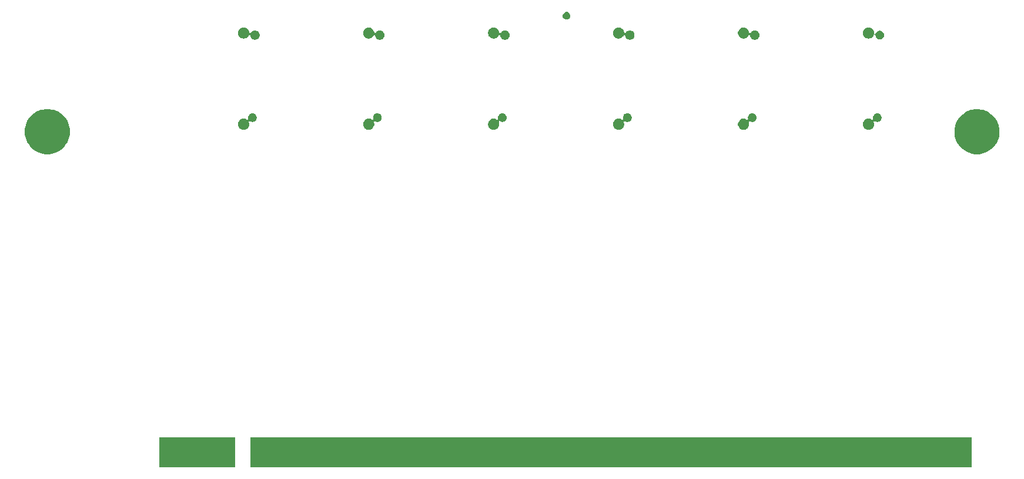
<source format=gbr>
G04 #@! TF.GenerationSoftware,KiCad,Pcbnew,(5.1.5)-3*
G04 #@! TF.CreationDate,2021-10-23T00:21:41+02:00*
G04 #@! TF.ProjectId,riser leopard 2OU Oculink,72697365-7220-46c6-956f-706172642032,rev?*
G04 #@! TF.SameCoordinates,PX4d4b990PY36d6160*
G04 #@! TF.FileFunction,Soldermask,Bot*
G04 #@! TF.FilePolarity,Negative*
%FSLAX46Y46*%
G04 Gerber Fmt 4.6, Leading zero omitted, Abs format (unit mm)*
G04 Created by KiCad (PCBNEW (5.1.5)-3) date 2021-10-23 00:21:41*
%MOMM*%
%LPD*%
G04 APERTURE LIST*
%ADD10C,0.100000*%
G04 APERTURE END LIST*
D10*
G36*
X27051000Y-48409600D02*
G01*
X16149000Y-48409600D01*
X16149000Y-44107600D01*
X27051000Y-44107600D01*
X27051000Y-48409600D01*
G37*
G36*
X133151000Y-48409600D02*
G01*
X29249000Y-48409600D01*
X29249000Y-44107600D01*
X133151000Y-44107600D01*
X133151000Y-48409600D01*
G37*
G36*
X134534239Y3178533D02*
G01*
X134848282Y3116066D01*
X135439926Y2870999D01*
X135729523Y2677496D01*
X135972391Y2515217D01*
X136425217Y2062391D01*
X136440388Y2039686D01*
X136780999Y1529926D01*
X137021924Y948281D01*
X137026066Y938281D01*
X137151000Y310197D01*
X137151000Y-330197D01*
X137088533Y-644239D01*
X137026066Y-958282D01*
X136780999Y-1549926D01*
X136539947Y-1910685D01*
X136431899Y-2072391D01*
X136425216Y-2082392D01*
X135972392Y-2535216D01*
X135439926Y-2890999D01*
X134848282Y-3136066D01*
X134534239Y-3198533D01*
X134220197Y-3261000D01*
X133579803Y-3261000D01*
X133265761Y-3198533D01*
X132951718Y-3136066D01*
X132360074Y-2890999D01*
X131827608Y-2535216D01*
X131374784Y-2082392D01*
X131368102Y-2072391D01*
X131260053Y-1910685D01*
X131019001Y-1549926D01*
X130773934Y-958282D01*
X130711467Y-644239D01*
X130649000Y-330197D01*
X130649000Y310197D01*
X130773934Y938281D01*
X130778076Y948281D01*
X131019001Y1529926D01*
X131359612Y2039686D01*
X131374783Y2062391D01*
X131827609Y2515217D01*
X132070477Y2677496D01*
X132360074Y2870999D01*
X132951718Y3116066D01*
X133265761Y3178533D01*
X133579803Y3241000D01*
X134220197Y3241000D01*
X134534239Y3178533D01*
G37*
G36*
X634239Y3188533D02*
G01*
X948282Y3126066D01*
X1539926Y2880999D01*
X1912664Y2631943D01*
X2072391Y2525217D01*
X2525217Y2072391D01*
X2548617Y2037370D01*
X2880999Y1539926D01*
X3108327Y991107D01*
X3126066Y948281D01*
X3251000Y320197D01*
X3251000Y-320197D01*
X3222992Y-461000D01*
X3126066Y-948282D01*
X2880999Y-1539926D01*
X2607664Y-1949000D01*
X2525217Y-2072391D01*
X2072391Y-2525217D01*
X1966477Y-2595986D01*
X1539926Y-2880999D01*
X948282Y-3126066D01*
X634239Y-3188533D01*
X320197Y-3251000D01*
X-320197Y-3251000D01*
X-634239Y-3188533D01*
X-948282Y-3126066D01*
X-1539926Y-2880999D01*
X-1966477Y-2595986D01*
X-2072391Y-2525217D01*
X-2525217Y-2072391D01*
X-2607664Y-1949000D01*
X-2880999Y-1539926D01*
X-3126066Y-948282D01*
X-3222992Y-461000D01*
X-3251000Y-320197D01*
X-3251000Y320197D01*
X-3126066Y948281D01*
X-3108327Y991107D01*
X-2880999Y1539926D01*
X-2548617Y2037370D01*
X-2525217Y2072391D01*
X-2072391Y2525217D01*
X-1912664Y2631943D01*
X-1539926Y2880999D01*
X-948282Y3126066D01*
X-634239Y3188533D01*
X-320197Y3251000D01*
X320197Y3251000D01*
X634239Y3188533D01*
G37*
G36*
X101722597Y2631944D02*
G01*
X101836521Y2584755D01*
X101836522Y2584754D01*
X101939052Y2516246D01*
X102026246Y2429052D01*
X102026247Y2429050D01*
X102094755Y2326521D01*
X102141944Y2212597D01*
X102166000Y2091657D01*
X102166000Y1968343D01*
X102141944Y1847403D01*
X102094755Y1733479D01*
X102087364Y1722418D01*
X102026246Y1630948D01*
X101939052Y1543754D01*
X101933323Y1539926D01*
X101836521Y1475245D01*
X101722597Y1428056D01*
X101601657Y1404000D01*
X101478343Y1404000D01*
X101357403Y1428056D01*
X101243475Y1475246D01*
X101220600Y1490531D01*
X101198989Y1502082D01*
X101175540Y1509195D01*
X101151154Y1511597D01*
X101126768Y1509195D01*
X101103319Y1502082D01*
X101081708Y1490530D01*
X101062767Y1474985D01*
X101047222Y1456043D01*
X101035671Y1434432D01*
X101028558Y1410983D01*
X101026156Y1386597D01*
X101028558Y1362211D01*
X101035671Y1338762D01*
X101050219Y1303640D01*
X101081000Y1148893D01*
X101081000Y991107D01*
X101050219Y836358D01*
X100989838Y690586D01*
X100989837Y690584D01*
X100902178Y559392D01*
X100790608Y447822D01*
X100659416Y360163D01*
X100659415Y360162D01*
X100659414Y360162D01*
X100513642Y299781D01*
X100358893Y269000D01*
X100201107Y269000D01*
X100046358Y299781D01*
X99900586Y360162D01*
X99900585Y360162D01*
X99900584Y360163D01*
X99769392Y447822D01*
X99657822Y559392D01*
X99570163Y690584D01*
X99570162Y690586D01*
X99509781Y836358D01*
X99479000Y991107D01*
X99479000Y1148893D01*
X99509781Y1303642D01*
X99570162Y1449414D01*
X99587248Y1474985D01*
X99657822Y1580608D01*
X99769392Y1692178D01*
X99900584Y1779837D01*
X99900586Y1779838D01*
X100046358Y1840219D01*
X100201107Y1871000D01*
X100358893Y1871000D01*
X100513642Y1840219D01*
X100659417Y1779837D01*
X100745351Y1722418D01*
X100766961Y1710867D01*
X100790410Y1703754D01*
X100814796Y1701352D01*
X100839182Y1703754D01*
X100862631Y1710867D01*
X100884242Y1722418D01*
X100903184Y1737964D01*
X100918729Y1756906D01*
X100930280Y1778516D01*
X100937393Y1801965D01*
X100939795Y1826351D01*
X100937393Y1850737D01*
X100914000Y1968343D01*
X100914000Y2091657D01*
X100938056Y2212597D01*
X100985245Y2326521D01*
X101053753Y2429050D01*
X101053754Y2429052D01*
X101140948Y2516246D01*
X101243478Y2584754D01*
X101243479Y2584755D01*
X101357403Y2631944D01*
X101478343Y2656000D01*
X101601657Y2656000D01*
X101722597Y2631944D01*
G37*
G36*
X47722597Y2631944D02*
G01*
X47836521Y2584755D01*
X47836522Y2584754D01*
X47939052Y2516246D01*
X48026246Y2429052D01*
X48026247Y2429050D01*
X48094755Y2326521D01*
X48141944Y2212597D01*
X48166000Y2091657D01*
X48166000Y1968343D01*
X48141944Y1847403D01*
X48094755Y1733479D01*
X48087364Y1722418D01*
X48026246Y1630948D01*
X47939052Y1543754D01*
X47933323Y1539926D01*
X47836521Y1475245D01*
X47722597Y1428056D01*
X47601657Y1404000D01*
X47478343Y1404000D01*
X47357403Y1428056D01*
X47243475Y1475246D01*
X47220600Y1490531D01*
X47198989Y1502082D01*
X47175540Y1509195D01*
X47151154Y1511597D01*
X47126768Y1509195D01*
X47103319Y1502082D01*
X47081708Y1490530D01*
X47062767Y1474985D01*
X47047222Y1456043D01*
X47035671Y1434432D01*
X47028558Y1410983D01*
X47026156Y1386597D01*
X47028558Y1362211D01*
X47035671Y1338762D01*
X47050219Y1303640D01*
X47081000Y1148893D01*
X47081000Y991107D01*
X47050219Y836358D01*
X46989838Y690586D01*
X46989837Y690584D01*
X46902178Y559392D01*
X46790608Y447822D01*
X46659416Y360163D01*
X46659415Y360162D01*
X46659414Y360162D01*
X46513642Y299781D01*
X46358893Y269000D01*
X46201107Y269000D01*
X46046358Y299781D01*
X45900586Y360162D01*
X45900585Y360162D01*
X45900584Y360163D01*
X45769392Y447822D01*
X45657822Y559392D01*
X45570163Y690584D01*
X45570162Y690586D01*
X45509781Y836358D01*
X45479000Y991107D01*
X45479000Y1148893D01*
X45509781Y1303642D01*
X45570162Y1449414D01*
X45587248Y1474985D01*
X45657822Y1580608D01*
X45769392Y1692178D01*
X45900584Y1779837D01*
X45900586Y1779838D01*
X46046358Y1840219D01*
X46201107Y1871000D01*
X46358893Y1871000D01*
X46513642Y1840219D01*
X46659417Y1779837D01*
X46745351Y1722418D01*
X46766961Y1710867D01*
X46790410Y1703754D01*
X46814796Y1701352D01*
X46839182Y1703754D01*
X46862631Y1710867D01*
X46884242Y1722418D01*
X46903184Y1737964D01*
X46918729Y1756906D01*
X46930280Y1778516D01*
X46937393Y1801965D01*
X46939795Y1826351D01*
X46937393Y1850737D01*
X46914000Y1968343D01*
X46914000Y2091657D01*
X46938056Y2212597D01*
X46985245Y2326521D01*
X47053753Y2429050D01*
X47053754Y2429052D01*
X47140948Y2516246D01*
X47243478Y2584754D01*
X47243479Y2584755D01*
X47357403Y2631944D01*
X47478343Y2656000D01*
X47601657Y2656000D01*
X47722597Y2631944D01*
G37*
G36*
X29722597Y2631944D02*
G01*
X29836521Y2584755D01*
X29836522Y2584754D01*
X29939052Y2516246D01*
X30026246Y2429052D01*
X30026247Y2429050D01*
X30094755Y2326521D01*
X30141944Y2212597D01*
X30166000Y2091657D01*
X30166000Y1968343D01*
X30141944Y1847403D01*
X30094755Y1733479D01*
X30087364Y1722418D01*
X30026246Y1630948D01*
X29939052Y1543754D01*
X29933323Y1539926D01*
X29836521Y1475245D01*
X29722597Y1428056D01*
X29601657Y1404000D01*
X29478343Y1404000D01*
X29357403Y1428056D01*
X29243475Y1475246D01*
X29220600Y1490531D01*
X29198989Y1502082D01*
X29175540Y1509195D01*
X29151154Y1511597D01*
X29126768Y1509195D01*
X29103319Y1502082D01*
X29081708Y1490530D01*
X29062767Y1474985D01*
X29047222Y1456043D01*
X29035671Y1434432D01*
X29028558Y1410983D01*
X29026156Y1386597D01*
X29028558Y1362211D01*
X29035671Y1338762D01*
X29050219Y1303640D01*
X29081000Y1148893D01*
X29081000Y991107D01*
X29050219Y836358D01*
X28989838Y690586D01*
X28989837Y690584D01*
X28902178Y559392D01*
X28790608Y447822D01*
X28659416Y360163D01*
X28659415Y360162D01*
X28659414Y360162D01*
X28513642Y299781D01*
X28358893Y269000D01*
X28201107Y269000D01*
X28046358Y299781D01*
X27900586Y360162D01*
X27900585Y360162D01*
X27900584Y360163D01*
X27769392Y447822D01*
X27657822Y559392D01*
X27570163Y690584D01*
X27570162Y690586D01*
X27509781Y836358D01*
X27479000Y991107D01*
X27479000Y1148893D01*
X27509781Y1303642D01*
X27570162Y1449414D01*
X27587248Y1474985D01*
X27657822Y1580608D01*
X27769392Y1692178D01*
X27900584Y1779837D01*
X27900586Y1779838D01*
X28046358Y1840219D01*
X28201107Y1871000D01*
X28358893Y1871000D01*
X28513642Y1840219D01*
X28659417Y1779837D01*
X28745351Y1722418D01*
X28766961Y1710867D01*
X28790410Y1703754D01*
X28814796Y1701352D01*
X28839182Y1703754D01*
X28862631Y1710867D01*
X28884242Y1722418D01*
X28903184Y1737964D01*
X28918729Y1756906D01*
X28930280Y1778516D01*
X28937393Y1801965D01*
X28939795Y1826351D01*
X28937393Y1850737D01*
X28914000Y1968343D01*
X28914000Y2091657D01*
X28938056Y2212597D01*
X28985245Y2326521D01*
X29053753Y2429050D01*
X29053754Y2429052D01*
X29140948Y2516246D01*
X29243478Y2584754D01*
X29243479Y2584755D01*
X29357403Y2631944D01*
X29478343Y2656000D01*
X29601657Y2656000D01*
X29722597Y2631944D01*
G37*
G36*
X119722597Y2631944D02*
G01*
X119836521Y2584755D01*
X119836522Y2584754D01*
X119939052Y2516246D01*
X120026246Y2429052D01*
X120026247Y2429050D01*
X120094755Y2326521D01*
X120141944Y2212597D01*
X120166000Y2091657D01*
X120166000Y1968343D01*
X120141944Y1847403D01*
X120094755Y1733479D01*
X120087364Y1722418D01*
X120026246Y1630948D01*
X119939052Y1543754D01*
X119933323Y1539926D01*
X119836521Y1475245D01*
X119722597Y1428056D01*
X119601657Y1404000D01*
X119478343Y1404000D01*
X119357403Y1428056D01*
X119243475Y1475246D01*
X119220600Y1490531D01*
X119198989Y1502082D01*
X119175540Y1509195D01*
X119151154Y1511597D01*
X119126768Y1509195D01*
X119103319Y1502082D01*
X119081708Y1490530D01*
X119062767Y1474985D01*
X119047222Y1456043D01*
X119035671Y1434432D01*
X119028558Y1410983D01*
X119026156Y1386597D01*
X119028558Y1362211D01*
X119035671Y1338762D01*
X119050219Y1303640D01*
X119081000Y1148893D01*
X119081000Y991107D01*
X119050219Y836358D01*
X118989838Y690586D01*
X118989837Y690584D01*
X118902178Y559392D01*
X118790608Y447822D01*
X118659416Y360163D01*
X118659415Y360162D01*
X118659414Y360162D01*
X118513642Y299781D01*
X118358893Y269000D01*
X118201107Y269000D01*
X118046358Y299781D01*
X117900586Y360162D01*
X117900585Y360162D01*
X117900584Y360163D01*
X117769392Y447822D01*
X117657822Y559392D01*
X117570163Y690584D01*
X117570162Y690586D01*
X117509781Y836358D01*
X117479000Y991107D01*
X117479000Y1148893D01*
X117509781Y1303642D01*
X117570162Y1449414D01*
X117587248Y1474985D01*
X117657822Y1580608D01*
X117769392Y1692178D01*
X117900584Y1779837D01*
X117900586Y1779838D01*
X118046358Y1840219D01*
X118201107Y1871000D01*
X118358893Y1871000D01*
X118513642Y1840219D01*
X118659417Y1779837D01*
X118745351Y1722418D01*
X118766961Y1710867D01*
X118790410Y1703754D01*
X118814796Y1701352D01*
X118839182Y1703754D01*
X118862631Y1710867D01*
X118884242Y1722418D01*
X118903184Y1737964D01*
X118918729Y1756906D01*
X118930280Y1778516D01*
X118937393Y1801965D01*
X118939795Y1826351D01*
X118937393Y1850737D01*
X118914000Y1968343D01*
X118914000Y2091657D01*
X118938056Y2212597D01*
X118985245Y2326521D01*
X119053753Y2429050D01*
X119053754Y2429052D01*
X119140948Y2516246D01*
X119243478Y2584754D01*
X119243479Y2584755D01*
X119357403Y2631944D01*
X119478343Y2656000D01*
X119601657Y2656000D01*
X119722597Y2631944D01*
G37*
G36*
X65722597Y2631944D02*
G01*
X65836521Y2584755D01*
X65836522Y2584754D01*
X65939052Y2516246D01*
X66026246Y2429052D01*
X66026247Y2429050D01*
X66094755Y2326521D01*
X66141944Y2212597D01*
X66166000Y2091657D01*
X66166000Y1968343D01*
X66141944Y1847403D01*
X66094755Y1733479D01*
X66087364Y1722418D01*
X66026246Y1630948D01*
X65939052Y1543754D01*
X65933323Y1539926D01*
X65836521Y1475245D01*
X65722597Y1428056D01*
X65601657Y1404000D01*
X65478343Y1404000D01*
X65357403Y1428056D01*
X65243475Y1475246D01*
X65220600Y1490531D01*
X65198989Y1502082D01*
X65175540Y1509195D01*
X65151154Y1511597D01*
X65126768Y1509195D01*
X65103319Y1502082D01*
X65081708Y1490530D01*
X65062767Y1474985D01*
X65047222Y1456043D01*
X65035671Y1434432D01*
X65028558Y1410983D01*
X65026156Y1386597D01*
X65028558Y1362211D01*
X65035671Y1338762D01*
X65050219Y1303640D01*
X65081000Y1148893D01*
X65081000Y991107D01*
X65050219Y836358D01*
X64989838Y690586D01*
X64989837Y690584D01*
X64902178Y559392D01*
X64790608Y447822D01*
X64659416Y360163D01*
X64659415Y360162D01*
X64659414Y360162D01*
X64513642Y299781D01*
X64358893Y269000D01*
X64201107Y269000D01*
X64046358Y299781D01*
X63900586Y360162D01*
X63900585Y360162D01*
X63900584Y360163D01*
X63769392Y447822D01*
X63657822Y559392D01*
X63570163Y690584D01*
X63570162Y690586D01*
X63509781Y836358D01*
X63479000Y991107D01*
X63479000Y1148893D01*
X63509781Y1303642D01*
X63570162Y1449414D01*
X63587248Y1474985D01*
X63657822Y1580608D01*
X63769392Y1692178D01*
X63900584Y1779837D01*
X63900586Y1779838D01*
X64046358Y1840219D01*
X64201107Y1871000D01*
X64358893Y1871000D01*
X64513642Y1840219D01*
X64659417Y1779837D01*
X64745351Y1722418D01*
X64766961Y1710867D01*
X64790410Y1703754D01*
X64814796Y1701352D01*
X64839182Y1703754D01*
X64862631Y1710867D01*
X64884242Y1722418D01*
X64903184Y1737964D01*
X64918729Y1756906D01*
X64930280Y1778516D01*
X64937393Y1801965D01*
X64939795Y1826351D01*
X64937393Y1850737D01*
X64914000Y1968343D01*
X64914000Y2091657D01*
X64938056Y2212597D01*
X64985245Y2326521D01*
X65053753Y2429050D01*
X65053754Y2429052D01*
X65140948Y2516246D01*
X65243478Y2584754D01*
X65243479Y2584755D01*
X65357403Y2631944D01*
X65478343Y2656000D01*
X65601657Y2656000D01*
X65722597Y2631944D01*
G37*
G36*
X83722597Y2631944D02*
G01*
X83836521Y2584755D01*
X83836522Y2584754D01*
X83939052Y2516246D01*
X84026246Y2429052D01*
X84026247Y2429050D01*
X84094755Y2326521D01*
X84141944Y2212597D01*
X84166000Y2091657D01*
X84166000Y1968343D01*
X84141944Y1847403D01*
X84094755Y1733479D01*
X84087364Y1722418D01*
X84026246Y1630948D01*
X83939052Y1543754D01*
X83933323Y1539926D01*
X83836521Y1475245D01*
X83722597Y1428056D01*
X83601657Y1404000D01*
X83478343Y1404000D01*
X83357403Y1428056D01*
X83243475Y1475246D01*
X83220600Y1490531D01*
X83198989Y1502082D01*
X83175540Y1509195D01*
X83151154Y1511597D01*
X83126768Y1509195D01*
X83103319Y1502082D01*
X83081708Y1490530D01*
X83062767Y1474985D01*
X83047222Y1456043D01*
X83035671Y1434432D01*
X83028558Y1410983D01*
X83026156Y1386597D01*
X83028558Y1362211D01*
X83035671Y1338762D01*
X83050219Y1303640D01*
X83081000Y1148893D01*
X83081000Y991107D01*
X83050219Y836358D01*
X82989838Y690586D01*
X82989837Y690584D01*
X82902178Y559392D01*
X82790608Y447822D01*
X82659416Y360163D01*
X82659415Y360162D01*
X82659414Y360162D01*
X82513642Y299781D01*
X82358893Y269000D01*
X82201107Y269000D01*
X82046358Y299781D01*
X81900586Y360162D01*
X81900585Y360162D01*
X81900584Y360163D01*
X81769392Y447822D01*
X81657822Y559392D01*
X81570163Y690584D01*
X81570162Y690586D01*
X81509781Y836358D01*
X81479000Y991107D01*
X81479000Y1148893D01*
X81509781Y1303642D01*
X81570162Y1449414D01*
X81587248Y1474985D01*
X81657822Y1580608D01*
X81769392Y1692178D01*
X81900584Y1779837D01*
X81900586Y1779838D01*
X82046358Y1840219D01*
X82201107Y1871000D01*
X82358893Y1871000D01*
X82513642Y1840219D01*
X82659417Y1779837D01*
X82745351Y1722418D01*
X82766961Y1710867D01*
X82790410Y1703754D01*
X82814796Y1701352D01*
X82839182Y1703754D01*
X82862631Y1710867D01*
X82884242Y1722418D01*
X82903184Y1737964D01*
X82918729Y1756906D01*
X82930280Y1778516D01*
X82937393Y1801965D01*
X82939795Y1826351D01*
X82937393Y1850737D01*
X82914000Y1968343D01*
X82914000Y2091657D01*
X82938056Y2212597D01*
X82985245Y2326521D01*
X83053753Y2429050D01*
X83053754Y2429052D01*
X83140948Y2516246D01*
X83243478Y2584754D01*
X83243479Y2584755D01*
X83357403Y2631944D01*
X83478343Y2656000D01*
X83601657Y2656000D01*
X83722597Y2631944D01*
G37*
G36*
X46513642Y15000219D02*
G01*
X46659414Y14939838D01*
X46659416Y14939837D01*
X46790608Y14852178D01*
X46902178Y14740608D01*
X46989837Y14609416D01*
X46989838Y14609414D01*
X47050219Y14463643D01*
X47081576Y14305996D01*
X47088689Y14282547D01*
X47100240Y14260937D01*
X47115785Y14241995D01*
X47134727Y14226449D01*
X47156337Y14214898D01*
X47179786Y14207785D01*
X47204172Y14205383D01*
X47228559Y14207785D01*
X47252008Y14214898D01*
X47273618Y14226449D01*
X47292560Y14241994D01*
X47308106Y14260936D01*
X47374916Y14360925D01*
X47469075Y14455084D01*
X47579794Y14529064D01*
X47702818Y14580022D01*
X47746352Y14588681D01*
X47833418Y14606000D01*
X47966582Y14606000D01*
X48053648Y14588681D01*
X48097182Y14580022D01*
X48220206Y14529064D01*
X48330925Y14455084D01*
X48425084Y14360925D01*
X48499064Y14250206D01*
X48540112Y14151107D01*
X48550022Y14127181D01*
X48576000Y13996582D01*
X48576000Y13863418D01*
X48573447Y13850584D01*
X48550022Y13732818D01*
X48499064Y13609794D01*
X48425084Y13499075D01*
X48330925Y13404916D01*
X48220206Y13330936D01*
X48097182Y13279978D01*
X48053648Y13271319D01*
X47966582Y13254000D01*
X47833418Y13254000D01*
X47746352Y13271319D01*
X47702818Y13279978D01*
X47579794Y13330936D01*
X47469075Y13404916D01*
X47374916Y13499075D01*
X47300936Y13609794D01*
X47249978Y13732818D01*
X47230147Y13832516D01*
X47223034Y13855965D01*
X47211483Y13877576D01*
X47195938Y13896518D01*
X47176996Y13912063D01*
X47155385Y13923614D01*
X47131936Y13930727D01*
X47107550Y13933129D01*
X47083164Y13930727D01*
X47059715Y13923614D01*
X47038104Y13912063D01*
X47019162Y13896518D01*
X47003617Y13877576D01*
X46992066Y13855964D01*
X46989839Y13850587D01*
X46989838Y13850586D01*
X46989837Y13850584D01*
X46902178Y13719392D01*
X46790608Y13607822D01*
X46659416Y13520163D01*
X46659415Y13520162D01*
X46659414Y13520162D01*
X46513642Y13459781D01*
X46358893Y13429000D01*
X46201107Y13429000D01*
X46046358Y13459781D01*
X45900586Y13520162D01*
X45900585Y13520162D01*
X45900584Y13520163D01*
X45769392Y13607822D01*
X45657822Y13719392D01*
X45570163Y13850584D01*
X45570162Y13850587D01*
X45509781Y13996358D01*
X45479000Y14151107D01*
X45479000Y14308893D01*
X45509781Y14463642D01*
X45570162Y14609414D01*
X45570163Y14609416D01*
X45657822Y14740608D01*
X45769392Y14852178D01*
X45900584Y14939837D01*
X45900586Y14939838D01*
X46046358Y15000219D01*
X46201107Y15031000D01*
X46358893Y15031000D01*
X46513642Y15000219D01*
G37*
G36*
X100513642Y15000219D02*
G01*
X100659414Y14939838D01*
X100659416Y14939837D01*
X100790608Y14852178D01*
X100902178Y14740608D01*
X100989837Y14609416D01*
X100989838Y14609414D01*
X101050219Y14463643D01*
X101081576Y14305996D01*
X101088689Y14282547D01*
X101100240Y14260937D01*
X101115785Y14241995D01*
X101134727Y14226449D01*
X101156337Y14214898D01*
X101179786Y14207785D01*
X101204172Y14205383D01*
X101228559Y14207785D01*
X101252008Y14214898D01*
X101273618Y14226449D01*
X101292560Y14241994D01*
X101308106Y14260936D01*
X101374916Y14360925D01*
X101469075Y14455084D01*
X101579794Y14529064D01*
X101702818Y14580022D01*
X101746352Y14588681D01*
X101833418Y14606000D01*
X101966582Y14606000D01*
X102053648Y14588681D01*
X102097182Y14580022D01*
X102220206Y14529064D01*
X102330925Y14455084D01*
X102425084Y14360925D01*
X102499064Y14250206D01*
X102540112Y14151107D01*
X102550022Y14127181D01*
X102576000Y13996582D01*
X102576000Y13863418D01*
X102573447Y13850584D01*
X102550022Y13732818D01*
X102499064Y13609794D01*
X102425084Y13499075D01*
X102330925Y13404916D01*
X102220206Y13330936D01*
X102097182Y13279978D01*
X102053648Y13271319D01*
X101966582Y13254000D01*
X101833418Y13254000D01*
X101746352Y13271319D01*
X101702818Y13279978D01*
X101579794Y13330936D01*
X101469075Y13404916D01*
X101374916Y13499075D01*
X101300936Y13609794D01*
X101249978Y13732818D01*
X101230147Y13832516D01*
X101223034Y13855965D01*
X101211483Y13877576D01*
X101195938Y13896518D01*
X101176996Y13912063D01*
X101155385Y13923614D01*
X101131936Y13930727D01*
X101107550Y13933129D01*
X101083164Y13930727D01*
X101059715Y13923614D01*
X101038104Y13912063D01*
X101019162Y13896518D01*
X101003617Y13877576D01*
X100992066Y13855964D01*
X100989839Y13850587D01*
X100989838Y13850586D01*
X100989837Y13850584D01*
X100902178Y13719392D01*
X100790608Y13607822D01*
X100659416Y13520163D01*
X100659415Y13520162D01*
X100659414Y13520162D01*
X100513642Y13459781D01*
X100358893Y13429000D01*
X100201107Y13429000D01*
X100046358Y13459781D01*
X99900586Y13520162D01*
X99900585Y13520162D01*
X99900584Y13520163D01*
X99769392Y13607822D01*
X99657822Y13719392D01*
X99570163Y13850584D01*
X99570162Y13850587D01*
X99509781Y13996358D01*
X99479000Y14151107D01*
X99479000Y14308893D01*
X99509781Y14463642D01*
X99570162Y14609414D01*
X99570163Y14609416D01*
X99657822Y14740608D01*
X99769392Y14852178D01*
X99900584Y14939837D01*
X99900586Y14939838D01*
X100046358Y15000219D01*
X100201107Y15031000D01*
X100358893Y15031000D01*
X100513642Y15000219D01*
G37*
G36*
X28513642Y15000219D02*
G01*
X28659414Y14939838D01*
X28659416Y14939837D01*
X28790608Y14852178D01*
X28902178Y14740608D01*
X28989837Y14609416D01*
X28989838Y14609414D01*
X29050219Y14463643D01*
X29081576Y14305996D01*
X29088689Y14282547D01*
X29100240Y14260937D01*
X29115785Y14241995D01*
X29134727Y14226449D01*
X29156337Y14214898D01*
X29179786Y14207785D01*
X29204172Y14205383D01*
X29228559Y14207785D01*
X29252008Y14214898D01*
X29273618Y14226449D01*
X29292560Y14241994D01*
X29308106Y14260936D01*
X29374916Y14360925D01*
X29469075Y14455084D01*
X29579794Y14529064D01*
X29702818Y14580022D01*
X29746352Y14588681D01*
X29833418Y14606000D01*
X29966582Y14606000D01*
X30053648Y14588681D01*
X30097182Y14580022D01*
X30220206Y14529064D01*
X30330925Y14455084D01*
X30425084Y14360925D01*
X30499064Y14250206D01*
X30540112Y14151107D01*
X30550022Y14127181D01*
X30576000Y13996582D01*
X30576000Y13863418D01*
X30573447Y13850584D01*
X30550022Y13732818D01*
X30499064Y13609794D01*
X30425084Y13499075D01*
X30330925Y13404916D01*
X30220206Y13330936D01*
X30097182Y13279978D01*
X30053648Y13271319D01*
X29966582Y13254000D01*
X29833418Y13254000D01*
X29746352Y13271319D01*
X29702818Y13279978D01*
X29579794Y13330936D01*
X29469075Y13404916D01*
X29374916Y13499075D01*
X29300936Y13609794D01*
X29249978Y13732818D01*
X29230147Y13832516D01*
X29223034Y13855965D01*
X29211483Y13877576D01*
X29195938Y13896518D01*
X29176996Y13912063D01*
X29155385Y13923614D01*
X29131936Y13930727D01*
X29107550Y13933129D01*
X29083164Y13930727D01*
X29059715Y13923614D01*
X29038104Y13912063D01*
X29019162Y13896518D01*
X29003617Y13877576D01*
X28992066Y13855964D01*
X28989839Y13850587D01*
X28989838Y13850586D01*
X28989837Y13850584D01*
X28902178Y13719392D01*
X28790608Y13607822D01*
X28659416Y13520163D01*
X28659415Y13520162D01*
X28659414Y13520162D01*
X28513642Y13459781D01*
X28358893Y13429000D01*
X28201107Y13429000D01*
X28046358Y13459781D01*
X27900586Y13520162D01*
X27900585Y13520162D01*
X27900584Y13520163D01*
X27769392Y13607822D01*
X27657822Y13719392D01*
X27570163Y13850584D01*
X27570162Y13850587D01*
X27509781Y13996358D01*
X27479000Y14151107D01*
X27479000Y14308893D01*
X27509781Y14463642D01*
X27570162Y14609414D01*
X27570163Y14609416D01*
X27657822Y14740608D01*
X27769392Y14852178D01*
X27900584Y14939837D01*
X27900586Y14939838D01*
X28046358Y15000219D01*
X28201107Y15031000D01*
X28358893Y15031000D01*
X28513642Y15000219D01*
G37*
G36*
X82513642Y15000219D02*
G01*
X82659414Y14939838D01*
X82659416Y14939837D01*
X82790608Y14852178D01*
X82902178Y14740608D01*
X82989837Y14609416D01*
X82989838Y14609414D01*
X83050219Y14463643D01*
X83081576Y14305996D01*
X83088689Y14282547D01*
X83100240Y14260937D01*
X83115785Y14241995D01*
X83134727Y14226449D01*
X83156337Y14214898D01*
X83179786Y14207785D01*
X83204172Y14205383D01*
X83228559Y14207785D01*
X83252008Y14214898D01*
X83273618Y14226449D01*
X83292560Y14241994D01*
X83308106Y14260936D01*
X83374916Y14360925D01*
X83469075Y14455084D01*
X83579794Y14529064D01*
X83702818Y14580022D01*
X83746352Y14588681D01*
X83833418Y14606000D01*
X83966582Y14606000D01*
X84053648Y14588681D01*
X84097182Y14580022D01*
X84220206Y14529064D01*
X84330925Y14455084D01*
X84425084Y14360925D01*
X84499064Y14250206D01*
X84540112Y14151107D01*
X84550022Y14127181D01*
X84576000Y13996582D01*
X84576000Y13863418D01*
X84573447Y13850584D01*
X84550022Y13732818D01*
X84499064Y13609794D01*
X84425084Y13499075D01*
X84330925Y13404916D01*
X84220206Y13330936D01*
X84097182Y13279978D01*
X84053648Y13271319D01*
X83966582Y13254000D01*
X83833418Y13254000D01*
X83746352Y13271319D01*
X83702818Y13279978D01*
X83579794Y13330936D01*
X83469075Y13404916D01*
X83374916Y13499075D01*
X83300936Y13609794D01*
X83249978Y13732818D01*
X83230147Y13832516D01*
X83223034Y13855965D01*
X83211483Y13877576D01*
X83195938Y13896518D01*
X83176996Y13912063D01*
X83155385Y13923614D01*
X83131936Y13930727D01*
X83107550Y13933129D01*
X83083164Y13930727D01*
X83059715Y13923614D01*
X83038104Y13912063D01*
X83019162Y13896518D01*
X83003617Y13877576D01*
X82992066Y13855964D01*
X82989839Y13850587D01*
X82989838Y13850586D01*
X82989837Y13850584D01*
X82902178Y13719392D01*
X82790608Y13607822D01*
X82659416Y13520163D01*
X82659415Y13520162D01*
X82659414Y13520162D01*
X82513642Y13459781D01*
X82358893Y13429000D01*
X82201107Y13429000D01*
X82046358Y13459781D01*
X81900586Y13520162D01*
X81900585Y13520162D01*
X81900584Y13520163D01*
X81769392Y13607822D01*
X81657822Y13719392D01*
X81570163Y13850584D01*
X81570162Y13850587D01*
X81509781Y13996358D01*
X81479000Y14151107D01*
X81479000Y14308893D01*
X81509781Y14463642D01*
X81570162Y14609414D01*
X81570163Y14609416D01*
X81657822Y14740608D01*
X81769392Y14852178D01*
X81900584Y14939837D01*
X81900586Y14939838D01*
X82046358Y15000219D01*
X82201107Y15031000D01*
X82358893Y15031000D01*
X82513642Y15000219D01*
G37*
G36*
X64513642Y15000219D02*
G01*
X64659414Y14939838D01*
X64659416Y14939837D01*
X64790608Y14852178D01*
X64902178Y14740608D01*
X64989837Y14609416D01*
X64989838Y14609414D01*
X65050219Y14463643D01*
X65081576Y14305996D01*
X65088689Y14282547D01*
X65100240Y14260937D01*
X65115785Y14241995D01*
X65134727Y14226449D01*
X65156337Y14214898D01*
X65179786Y14207785D01*
X65204172Y14205383D01*
X65228559Y14207785D01*
X65252008Y14214898D01*
X65273618Y14226449D01*
X65292560Y14241994D01*
X65308106Y14260936D01*
X65374916Y14360925D01*
X65469075Y14455084D01*
X65579794Y14529064D01*
X65702818Y14580022D01*
X65746352Y14588681D01*
X65833418Y14606000D01*
X65966582Y14606000D01*
X66053648Y14588681D01*
X66097182Y14580022D01*
X66220206Y14529064D01*
X66330925Y14455084D01*
X66425084Y14360925D01*
X66499064Y14250206D01*
X66540112Y14151107D01*
X66550022Y14127181D01*
X66576000Y13996582D01*
X66576000Y13863418D01*
X66573447Y13850584D01*
X66550022Y13732818D01*
X66499064Y13609794D01*
X66425084Y13499075D01*
X66330925Y13404916D01*
X66220206Y13330936D01*
X66097182Y13279978D01*
X66053648Y13271319D01*
X65966582Y13254000D01*
X65833418Y13254000D01*
X65746352Y13271319D01*
X65702818Y13279978D01*
X65579794Y13330936D01*
X65469075Y13404916D01*
X65374916Y13499075D01*
X65300936Y13609794D01*
X65249978Y13732818D01*
X65230147Y13832516D01*
X65223034Y13855965D01*
X65211483Y13877576D01*
X65195938Y13896518D01*
X65176996Y13912063D01*
X65155385Y13923614D01*
X65131936Y13930727D01*
X65107550Y13933129D01*
X65083164Y13930727D01*
X65059715Y13923614D01*
X65038104Y13912063D01*
X65019162Y13896518D01*
X65003617Y13877576D01*
X64992066Y13855964D01*
X64989839Y13850587D01*
X64989838Y13850586D01*
X64989837Y13850584D01*
X64902178Y13719392D01*
X64790608Y13607822D01*
X64659416Y13520163D01*
X64659415Y13520162D01*
X64659414Y13520162D01*
X64513642Y13459781D01*
X64358893Y13429000D01*
X64201107Y13429000D01*
X64046358Y13459781D01*
X63900586Y13520162D01*
X63900585Y13520162D01*
X63900584Y13520163D01*
X63769392Y13607822D01*
X63657822Y13719392D01*
X63570163Y13850584D01*
X63570162Y13850587D01*
X63509781Y13996358D01*
X63479000Y14151107D01*
X63479000Y14308893D01*
X63509781Y14463642D01*
X63570162Y14609414D01*
X63570163Y14609416D01*
X63657822Y14740608D01*
X63769392Y14852178D01*
X63900584Y14939837D01*
X63900586Y14939838D01*
X64046358Y15000219D01*
X64201107Y15031000D01*
X64358893Y15031000D01*
X64513642Y15000219D01*
G37*
G36*
X118513642Y15000219D02*
G01*
X118659414Y14939838D01*
X118659416Y14939837D01*
X118790608Y14852178D01*
X118902178Y14740608D01*
X118989837Y14609416D01*
X118989838Y14609414D01*
X119050219Y14463642D01*
X119081000Y14308893D01*
X119081000Y14216989D01*
X119083402Y14192603D01*
X119090515Y14169154D01*
X119102066Y14147543D01*
X119117611Y14128601D01*
X119136553Y14113056D01*
X119158164Y14101505D01*
X119181613Y14094392D01*
X119205999Y14091990D01*
X119230385Y14094392D01*
X119253834Y14101505D01*
X119275445Y14113056D01*
X119294387Y14128601D01*
X119309932Y14147543D01*
X119321483Y14169154D01*
X119345245Y14226521D01*
X119413753Y14329050D01*
X119413754Y14329052D01*
X119500948Y14416246D01*
X119603478Y14484754D01*
X119603479Y14484755D01*
X119717403Y14531944D01*
X119838343Y14556000D01*
X119961657Y14556000D01*
X120082597Y14531944D01*
X120196521Y14484755D01*
X120196522Y14484754D01*
X120299052Y14416246D01*
X120386246Y14329052D01*
X120386247Y14329050D01*
X120454755Y14226521D01*
X120501944Y14112597D01*
X120526000Y13991657D01*
X120526000Y13868343D01*
X120501944Y13747403D01*
X120454755Y13633479D01*
X120454754Y13633478D01*
X120386246Y13530948D01*
X120299052Y13443754D01*
X120276971Y13429000D01*
X120196521Y13375245D01*
X120082597Y13328056D01*
X119961657Y13304000D01*
X119838343Y13304000D01*
X119717403Y13328056D01*
X119603479Y13375245D01*
X119523029Y13429000D01*
X119500948Y13443754D01*
X119413754Y13530948D01*
X119345246Y13633478D01*
X119345245Y13633479D01*
X119298056Y13747403D01*
X119274000Y13868343D01*
X119274000Y13908201D01*
X119271598Y13932587D01*
X119264485Y13956036D01*
X119252934Y13977647D01*
X119237389Y13996589D01*
X119218447Y14012134D01*
X119196836Y14023685D01*
X119173387Y14030798D01*
X119149001Y14033200D01*
X119124615Y14030798D01*
X119101166Y14023685D01*
X119079555Y14012134D01*
X119060613Y13996589D01*
X119045068Y13977647D01*
X119033517Y13956036D01*
X118989838Y13850587D01*
X118989837Y13850584D01*
X118902178Y13719392D01*
X118790608Y13607822D01*
X118659416Y13520163D01*
X118659415Y13520162D01*
X118659414Y13520162D01*
X118513642Y13459781D01*
X118358893Y13429000D01*
X118201107Y13429000D01*
X118046358Y13459781D01*
X117900586Y13520162D01*
X117900585Y13520162D01*
X117900584Y13520163D01*
X117769392Y13607822D01*
X117657822Y13719392D01*
X117570163Y13850584D01*
X117570162Y13850587D01*
X117509781Y13996358D01*
X117479000Y14151107D01*
X117479000Y14308893D01*
X117509781Y14463642D01*
X117570162Y14609414D01*
X117570163Y14609416D01*
X117657822Y14740608D01*
X117769392Y14852178D01*
X117900584Y14939837D01*
X117900586Y14939838D01*
X118046358Y15000219D01*
X118201107Y15031000D01*
X118358893Y15031000D01*
X118513642Y15000219D01*
G37*
G36*
X74935721Y17254826D02*
G01*
X75035995Y17213291D01*
X75035996Y17213290D01*
X75126242Y17152990D01*
X75202990Y17076242D01*
X75202991Y17076240D01*
X75263291Y16985995D01*
X75304826Y16885721D01*
X75326000Y16779270D01*
X75326000Y16670730D01*
X75304826Y16564279D01*
X75263291Y16464005D01*
X75263290Y16464004D01*
X75202990Y16373758D01*
X75126242Y16297010D01*
X75080812Y16266655D01*
X75035995Y16236709D01*
X74935721Y16195174D01*
X74829270Y16174000D01*
X74720730Y16174000D01*
X74614279Y16195174D01*
X74514005Y16236709D01*
X74469188Y16266655D01*
X74423758Y16297010D01*
X74347010Y16373758D01*
X74286710Y16464004D01*
X74286709Y16464005D01*
X74245174Y16564279D01*
X74224000Y16670730D01*
X74224000Y16779270D01*
X74245174Y16885721D01*
X74286709Y16985995D01*
X74347009Y17076240D01*
X74347010Y17076242D01*
X74423758Y17152990D01*
X74514004Y17213290D01*
X74514005Y17213291D01*
X74614279Y17254826D01*
X74720730Y17276000D01*
X74829270Y17276000D01*
X74935721Y17254826D01*
G37*
M02*

</source>
